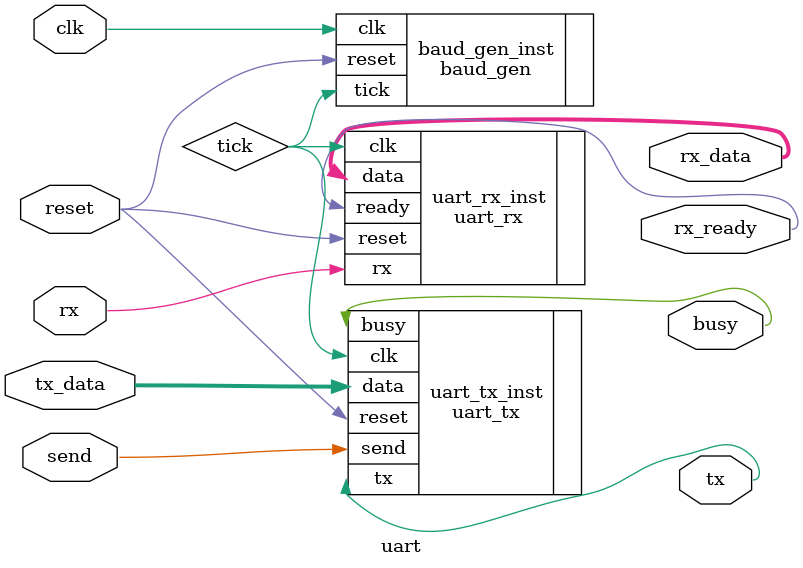
<source format=v>
`timescale 1ns / 1ps


module uart(
    input wire clk,         // Ana saat sinyali
    input wire reset,       // Reset sinyali
    input wire send,        // Gönderim komutu
    input wire [7:0] tx_data,  // Gönderilecek veri
    input wire rx,          // UART RX hattý
    output wire tx,         // UART TX hattý
    output wire busy,       // Gönderim meþgul mü
    output wire [7:0] rx_data,  // Alýnan veri
    output wire rx_ready    // Veri alýndý sinyali
);

 wire tick;
    baud_gen baud_gen_inst (
        .clk(clk),
        .reset(reset),
        .tick(tick)
    );
    
    uart_tx uart_tx_inst (
        .clk(tick),
        .reset(reset),
        .data(tx_data),
        .send(send),
        .tx(tx),
        .busy(busy)
    );
    
     uart_rx uart_rx_inst (
        .clk(tick),
        .reset(reset),
        .rx(rx),
        .data(rx_data),
        .ready(rx_ready)
    );


endmodule




</source>
